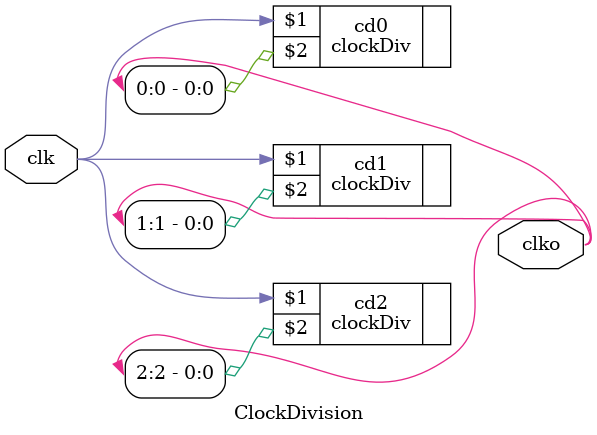
<source format=v>
`timescale 1ns / 1ps
module ClockDivision(
    input wire clk,
    output wire [2:0] clko
    );

	clockDiv #(100000000) cd0 (clk,clko[0]);
	clockDiv #(50000000) cd1 (clk,clko[1]);
	clockDiv #(25000000) cd2 (clk,clko[2]);

endmodule

</source>
